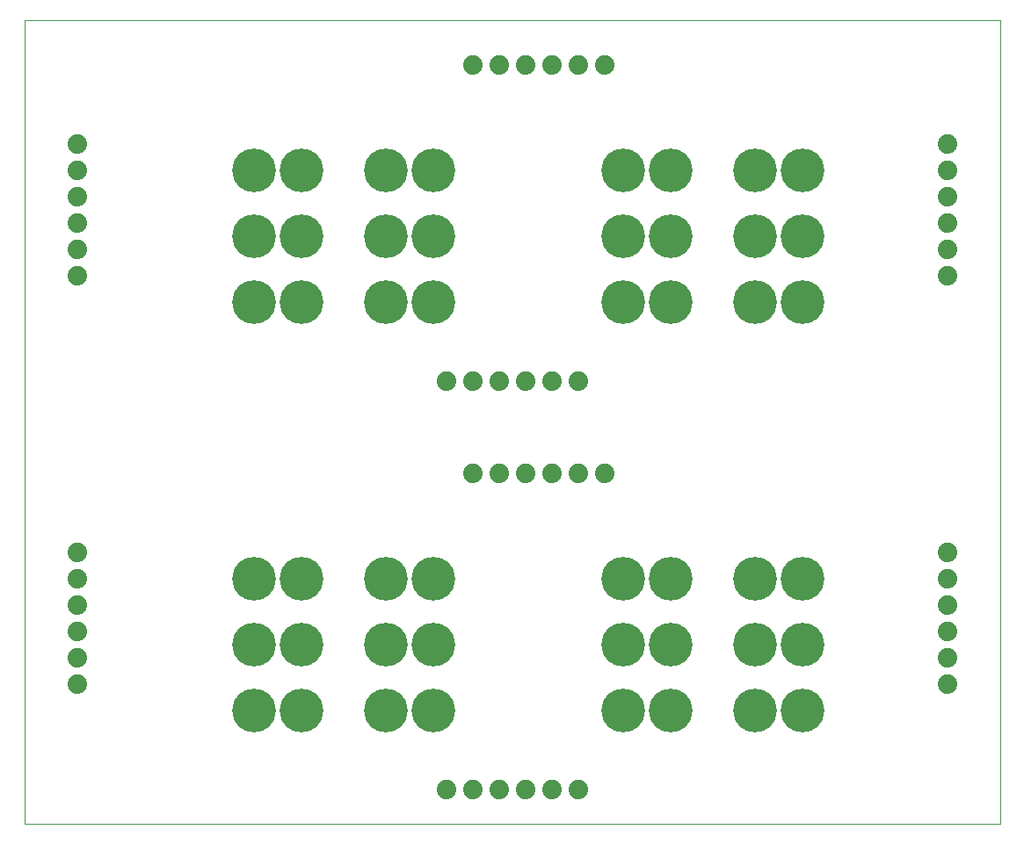
<source format=gtl>
G75*
G70*
%OFA0B0*%
%FSLAX24Y24*%
%IPPOS*%
%LPD*%
%AMOC8*
5,1,8,0,0,1.08239X$1,22.5*
%
%ADD10C,0.0000*%
%ADD11C,0.0740*%
%ADD12C,0.1660*%
D10*
X000140Y000100D02*
X037140Y000100D01*
X037140Y030600D01*
X000140Y030600D01*
X000140Y000100D01*
D11*
X002140Y005400D03*
X002140Y006400D03*
X002140Y007400D03*
X002140Y008400D03*
X002140Y009400D03*
X002140Y010400D03*
X002140Y020900D03*
X002140Y021900D03*
X002140Y022900D03*
X002140Y023900D03*
X002140Y024900D03*
X002140Y025900D03*
X016140Y016900D03*
X017140Y016900D03*
X018140Y016900D03*
X019140Y016900D03*
X020140Y016900D03*
X021140Y016900D03*
X021140Y013400D03*
X020140Y013400D03*
X019140Y013400D03*
X018140Y013400D03*
X017140Y013400D03*
X022140Y013400D03*
X035140Y010400D03*
X035140Y009400D03*
X035140Y008400D03*
X035140Y007400D03*
X035140Y006400D03*
X035140Y005400D03*
X021140Y001400D03*
X020140Y001400D03*
X019140Y001400D03*
X018140Y001400D03*
X017140Y001400D03*
X016140Y001400D03*
X035140Y020900D03*
X035140Y021900D03*
X035140Y022900D03*
X035140Y023900D03*
X035140Y024900D03*
X035140Y025900D03*
X022140Y028900D03*
X021140Y028900D03*
X020140Y028900D03*
X019140Y028900D03*
X018140Y028900D03*
X017140Y028900D03*
D12*
X015640Y024900D03*
X013840Y024900D03*
X013840Y022400D03*
X015640Y022400D03*
X015640Y019900D03*
X013840Y019900D03*
X010640Y019900D03*
X008840Y019900D03*
X008840Y022400D03*
X010640Y022400D03*
X010640Y024900D03*
X008840Y024900D03*
X022840Y024900D03*
X024640Y024900D03*
X024640Y022400D03*
X022840Y022400D03*
X022840Y019900D03*
X024640Y019900D03*
X027840Y019900D03*
X029640Y019900D03*
X029640Y022400D03*
X027840Y022400D03*
X027840Y024900D03*
X029640Y024900D03*
X029640Y009400D03*
X027840Y009400D03*
X027840Y006900D03*
X029640Y006900D03*
X029640Y004400D03*
X027840Y004400D03*
X024640Y004400D03*
X022840Y004400D03*
X022840Y006900D03*
X024640Y006900D03*
X024640Y009400D03*
X022840Y009400D03*
X015640Y009400D03*
X013840Y009400D03*
X013840Y006900D03*
X015640Y006900D03*
X015640Y004400D03*
X013840Y004400D03*
X010640Y004400D03*
X008840Y004400D03*
X008840Y006900D03*
X010640Y006900D03*
X010640Y009400D03*
X008840Y009400D03*
M02*

</source>
